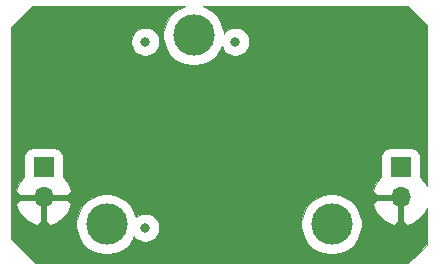
<source format=gbr>
%TF.GenerationSoftware,KiCad,Pcbnew,5.1.10-88a1d61d58~89~ubuntu20.04.1*%
%TF.CreationDate,2021-12-18T07:17:50+01:00*%
%TF.ProjectId,PowerBankAlwaysActive,506f7765-7242-4616-9e6b-416c77617973,rev?*%
%TF.SameCoordinates,Original*%
%TF.FileFunction,Copper,L4,Bot*%
%TF.FilePolarity,Positive*%
%FSLAX46Y46*%
G04 Gerber Fmt 4.6, Leading zero omitted, Abs format (unit mm)*
G04 Created by KiCad (PCBNEW 5.1.10-88a1d61d58~89~ubuntu20.04.1) date 2021-12-18 07:17:50*
%MOMM*%
%LPD*%
G01*
G04 APERTURE LIST*
%TA.AperFunction,ComponentPad*%
%ADD10R,1.700000X1.700000*%
%TD*%
%TA.AperFunction,ComponentPad*%
%ADD11O,1.700000X1.700000*%
%TD*%
%TA.AperFunction,ComponentPad*%
%ADD12C,2.600000*%
%TD*%
%TA.AperFunction,ConnectorPad*%
%ADD13C,3.500000*%
%TD*%
%TA.AperFunction,ViaPad*%
%ADD14C,0.800000*%
%TD*%
%TA.AperFunction,Conductor*%
%ADD15C,0.100000*%
%TD*%
G04 APERTURE END LIST*
D10*
%TO.P,J1,1*%
%TO.N,+5V*%
X25400000Y-36576000D03*
D11*
%TO.P,J1,2*%
%TO.N,GND*%
X25400000Y-39116000D03*
%TD*%
%TO.P,J2,2*%
%TO.N,GND*%
X55626000Y-39116000D03*
D10*
%TO.P,J2,1*%
%TO.N,+5V*%
X55626000Y-36576000D03*
%TD*%
D12*
%TO.P,H1,1*%
%TO.N,N/C*%
X30734000Y-41402000D03*
D13*
X30734000Y-41402000D03*
%TD*%
%TO.P,H2,1*%
%TO.N,N/C*%
X49784000Y-41402000D03*
D12*
X49784000Y-41402000D03*
%TD*%
%TO.P,H3,1*%
%TO.N,N/C*%
X38100000Y-25400000D03*
D13*
X38100000Y-25400000D03*
%TD*%
D14*
%TO.N,GND*%
X36554000Y-31020000D03*
X47476000Y-36608000D03*
X39094000Y-39402000D03*
X31982000Y-34912998D03*
%TO.N,+5V*%
X34014000Y-25940000D03*
X41634000Y-25940000D03*
X34014000Y-41688000D03*
%TD*%
D15*
%TO.N,GND*%
X36892122Y-23140220D02*
X36474470Y-23419286D01*
X36119286Y-23774470D01*
X35840220Y-24192122D01*
X35647995Y-24656193D01*
X35550000Y-25148847D01*
X35550000Y-25651153D01*
X35647995Y-26143807D01*
X35840220Y-26607878D01*
X36119286Y-27025530D01*
X36474470Y-27380714D01*
X36892122Y-27659780D01*
X37356193Y-27852005D01*
X37848847Y-27950000D01*
X38351153Y-27950000D01*
X38843807Y-27852005D01*
X39307878Y-27659780D01*
X39725530Y-27380714D01*
X40080714Y-27025530D01*
X40359780Y-26607878D01*
X40485777Y-26303695D01*
X40570574Y-26508413D01*
X40701899Y-26704955D01*
X40869045Y-26872101D01*
X41065587Y-27003426D01*
X41283973Y-27093884D01*
X41515810Y-27140000D01*
X41752190Y-27140000D01*
X41984027Y-27093884D01*
X42202413Y-27003426D01*
X42398955Y-26872101D01*
X42566101Y-26704955D01*
X42697426Y-26508413D01*
X42787884Y-26290027D01*
X42834000Y-26058190D01*
X42834000Y-25821810D01*
X42787884Y-25589973D01*
X42697426Y-25371587D01*
X42566101Y-25175045D01*
X42398955Y-25007899D01*
X42202413Y-24876574D01*
X41984027Y-24786116D01*
X41752190Y-24740000D01*
X41515810Y-24740000D01*
X41283973Y-24786116D01*
X41065587Y-24876574D01*
X40869045Y-25007899D01*
X40701899Y-25175045D01*
X40650000Y-25252717D01*
X40650000Y-25148847D01*
X40552005Y-24656193D01*
X40359780Y-24192122D01*
X40080714Y-23774470D01*
X39725530Y-23419286D01*
X39307878Y-23140220D01*
X38860719Y-22955000D01*
X56278275Y-22955000D01*
X57827000Y-24503726D01*
X57827001Y-38182147D01*
X57678448Y-37872022D01*
X57396323Y-37495512D01*
X57279870Y-37391006D01*
X57279870Y-35726000D01*
X57264424Y-35569173D01*
X57218679Y-35418372D01*
X57144393Y-35279394D01*
X57044422Y-35157578D01*
X56922606Y-35057607D01*
X56783628Y-34983321D01*
X56632827Y-34937576D01*
X56476000Y-34922130D01*
X54776000Y-34922130D01*
X54619173Y-34937576D01*
X54468372Y-34983321D01*
X54329394Y-35057607D01*
X54207578Y-35157578D01*
X54107607Y-35279394D01*
X54033321Y-35418372D01*
X53987576Y-35569173D01*
X53972130Y-35726000D01*
X53972130Y-37391006D01*
X53855677Y-37495512D01*
X53573552Y-37872022D01*
X53370301Y-38296337D01*
X53295080Y-38544326D01*
X53623463Y-38916000D01*
X55426000Y-38916000D01*
X55426000Y-38896000D01*
X55826000Y-38896000D01*
X55826000Y-38916000D01*
X55846000Y-38916000D01*
X55846000Y-39316000D01*
X55826000Y-39316000D01*
X55826000Y-41120157D01*
X56197675Y-41446925D01*
X56641431Y-41290609D01*
X57046165Y-41050724D01*
X57396323Y-40736488D01*
X57678448Y-40359978D01*
X57827001Y-40049853D01*
X57827001Y-43124273D01*
X56278275Y-44673000D01*
X24703726Y-44673000D01*
X22647000Y-42616275D01*
X22647000Y-39687674D01*
X23069080Y-39687674D01*
X23144301Y-39935663D01*
X23347552Y-40359978D01*
X23629677Y-40736488D01*
X23979835Y-41050724D01*
X24384569Y-41290609D01*
X24828325Y-41446925D01*
X25200000Y-41120157D01*
X25200000Y-39316000D01*
X25600000Y-39316000D01*
X25600000Y-41120157D01*
X25971675Y-41446925D01*
X26415431Y-41290609D01*
X26651237Y-41150847D01*
X28184000Y-41150847D01*
X28184000Y-41653153D01*
X28281995Y-42145807D01*
X28474220Y-42609878D01*
X28753286Y-43027530D01*
X29108470Y-43382714D01*
X29526122Y-43661780D01*
X29990193Y-43854005D01*
X30482847Y-43952000D01*
X30985153Y-43952000D01*
X31477807Y-43854005D01*
X31941878Y-43661780D01*
X32359530Y-43382714D01*
X32714714Y-43027530D01*
X32993780Y-42609878D01*
X33067627Y-42431596D01*
X33081899Y-42452955D01*
X33249045Y-42620101D01*
X33445587Y-42751426D01*
X33663973Y-42841884D01*
X33895810Y-42888000D01*
X34132190Y-42888000D01*
X34364027Y-42841884D01*
X34582413Y-42751426D01*
X34778955Y-42620101D01*
X34946101Y-42452955D01*
X35077426Y-42256413D01*
X35167884Y-42038027D01*
X35214000Y-41806190D01*
X35214000Y-41569810D01*
X35167884Y-41337973D01*
X35090375Y-41150847D01*
X47234000Y-41150847D01*
X47234000Y-41653153D01*
X47331995Y-42145807D01*
X47524220Y-42609878D01*
X47803286Y-43027530D01*
X48158470Y-43382714D01*
X48576122Y-43661780D01*
X49040193Y-43854005D01*
X49532847Y-43952000D01*
X50035153Y-43952000D01*
X50527807Y-43854005D01*
X50991878Y-43661780D01*
X51409530Y-43382714D01*
X51764714Y-43027530D01*
X52043780Y-42609878D01*
X52236005Y-42145807D01*
X52334000Y-41653153D01*
X52334000Y-41150847D01*
X52236005Y-40658193D01*
X52043780Y-40194122D01*
X51764714Y-39776470D01*
X51675918Y-39687674D01*
X53295080Y-39687674D01*
X53370301Y-39935663D01*
X53573552Y-40359978D01*
X53855677Y-40736488D01*
X54205835Y-41050724D01*
X54610569Y-41290609D01*
X55054325Y-41446925D01*
X55426000Y-41120157D01*
X55426000Y-39316000D01*
X53623463Y-39316000D01*
X53295080Y-39687674D01*
X51675918Y-39687674D01*
X51409530Y-39421286D01*
X50991878Y-39142220D01*
X50527807Y-38949995D01*
X50035153Y-38852000D01*
X49532847Y-38852000D01*
X49040193Y-38949995D01*
X48576122Y-39142220D01*
X48158470Y-39421286D01*
X47803286Y-39776470D01*
X47524220Y-40194122D01*
X47331995Y-40658193D01*
X47234000Y-41150847D01*
X35090375Y-41150847D01*
X35077426Y-41119587D01*
X34946101Y-40923045D01*
X34778955Y-40755899D01*
X34582413Y-40624574D01*
X34364027Y-40534116D01*
X34132190Y-40488000D01*
X33895810Y-40488000D01*
X33663973Y-40534116D01*
X33445587Y-40624574D01*
X33249045Y-40755899D01*
X33212674Y-40792270D01*
X33186005Y-40658193D01*
X32993780Y-40194122D01*
X32714714Y-39776470D01*
X32359530Y-39421286D01*
X31941878Y-39142220D01*
X31477807Y-38949995D01*
X30985153Y-38852000D01*
X30482847Y-38852000D01*
X29990193Y-38949995D01*
X29526122Y-39142220D01*
X29108470Y-39421286D01*
X28753286Y-39776470D01*
X28474220Y-40194122D01*
X28281995Y-40658193D01*
X28184000Y-41150847D01*
X26651237Y-41150847D01*
X26820165Y-41050724D01*
X27170323Y-40736488D01*
X27452448Y-40359978D01*
X27655699Y-39935663D01*
X27730920Y-39687674D01*
X27402537Y-39316000D01*
X25600000Y-39316000D01*
X25200000Y-39316000D01*
X23397463Y-39316000D01*
X23069080Y-39687674D01*
X22647000Y-39687674D01*
X22647000Y-38544326D01*
X23069080Y-38544326D01*
X23397463Y-38916000D01*
X25200000Y-38916000D01*
X25200000Y-38896000D01*
X25600000Y-38896000D01*
X25600000Y-38916000D01*
X27402537Y-38916000D01*
X27730920Y-38544326D01*
X27655699Y-38296337D01*
X27452448Y-37872022D01*
X27170323Y-37495512D01*
X27053870Y-37391006D01*
X27053870Y-35726000D01*
X27038424Y-35569173D01*
X26992679Y-35418372D01*
X26918393Y-35279394D01*
X26818422Y-35157578D01*
X26696606Y-35057607D01*
X26557628Y-34983321D01*
X26406827Y-34937576D01*
X26250000Y-34922130D01*
X24550000Y-34922130D01*
X24393173Y-34937576D01*
X24242372Y-34983321D01*
X24103394Y-35057607D01*
X23981578Y-35157578D01*
X23881607Y-35279394D01*
X23807321Y-35418372D01*
X23761576Y-35569173D01*
X23746130Y-35726000D01*
X23746130Y-37391006D01*
X23629677Y-37495512D01*
X23347552Y-37872022D01*
X23144301Y-38296337D01*
X23069080Y-38544326D01*
X22647000Y-38544326D01*
X22647000Y-25821810D01*
X32814000Y-25821810D01*
X32814000Y-26058190D01*
X32860116Y-26290027D01*
X32950574Y-26508413D01*
X33081899Y-26704955D01*
X33249045Y-26872101D01*
X33445587Y-27003426D01*
X33663973Y-27093884D01*
X33895810Y-27140000D01*
X34132190Y-27140000D01*
X34364027Y-27093884D01*
X34582413Y-27003426D01*
X34778955Y-26872101D01*
X34946101Y-26704955D01*
X35077426Y-26508413D01*
X35167884Y-26290027D01*
X35214000Y-26058190D01*
X35214000Y-25821810D01*
X35167884Y-25589973D01*
X35077426Y-25371587D01*
X34946101Y-25175045D01*
X34778955Y-25007899D01*
X34582413Y-24876574D01*
X34364027Y-24786116D01*
X34132190Y-24740000D01*
X33895810Y-24740000D01*
X33663973Y-24786116D01*
X33445587Y-24876574D01*
X33249045Y-25007899D01*
X33081899Y-25175045D01*
X32950574Y-25371587D01*
X32860116Y-25589973D01*
X32814000Y-25821810D01*
X22647000Y-25821810D01*
X22647000Y-24757725D01*
X24449726Y-22955000D01*
X37339281Y-22955000D01*
X36892122Y-23140220D01*
%TA.AperFunction,Conductor*%
G36*
X36892122Y-23140220D02*
G01*
X36474470Y-23419286D01*
X36119286Y-23774470D01*
X35840220Y-24192122D01*
X35647995Y-24656193D01*
X35550000Y-25148847D01*
X35550000Y-25651153D01*
X35647995Y-26143807D01*
X35840220Y-26607878D01*
X36119286Y-27025530D01*
X36474470Y-27380714D01*
X36892122Y-27659780D01*
X37356193Y-27852005D01*
X37848847Y-27950000D01*
X38351153Y-27950000D01*
X38843807Y-27852005D01*
X39307878Y-27659780D01*
X39725530Y-27380714D01*
X40080714Y-27025530D01*
X40359780Y-26607878D01*
X40485777Y-26303695D01*
X40570574Y-26508413D01*
X40701899Y-26704955D01*
X40869045Y-26872101D01*
X41065587Y-27003426D01*
X41283973Y-27093884D01*
X41515810Y-27140000D01*
X41752190Y-27140000D01*
X41984027Y-27093884D01*
X42202413Y-27003426D01*
X42398955Y-26872101D01*
X42566101Y-26704955D01*
X42697426Y-26508413D01*
X42787884Y-26290027D01*
X42834000Y-26058190D01*
X42834000Y-25821810D01*
X42787884Y-25589973D01*
X42697426Y-25371587D01*
X42566101Y-25175045D01*
X42398955Y-25007899D01*
X42202413Y-24876574D01*
X41984027Y-24786116D01*
X41752190Y-24740000D01*
X41515810Y-24740000D01*
X41283973Y-24786116D01*
X41065587Y-24876574D01*
X40869045Y-25007899D01*
X40701899Y-25175045D01*
X40650000Y-25252717D01*
X40650000Y-25148847D01*
X40552005Y-24656193D01*
X40359780Y-24192122D01*
X40080714Y-23774470D01*
X39725530Y-23419286D01*
X39307878Y-23140220D01*
X38860719Y-22955000D01*
X56278275Y-22955000D01*
X57827000Y-24503726D01*
X57827001Y-38182147D01*
X57678448Y-37872022D01*
X57396323Y-37495512D01*
X57279870Y-37391006D01*
X57279870Y-35726000D01*
X57264424Y-35569173D01*
X57218679Y-35418372D01*
X57144393Y-35279394D01*
X57044422Y-35157578D01*
X56922606Y-35057607D01*
X56783628Y-34983321D01*
X56632827Y-34937576D01*
X56476000Y-34922130D01*
X54776000Y-34922130D01*
X54619173Y-34937576D01*
X54468372Y-34983321D01*
X54329394Y-35057607D01*
X54207578Y-35157578D01*
X54107607Y-35279394D01*
X54033321Y-35418372D01*
X53987576Y-35569173D01*
X53972130Y-35726000D01*
X53972130Y-37391006D01*
X53855677Y-37495512D01*
X53573552Y-37872022D01*
X53370301Y-38296337D01*
X53295080Y-38544326D01*
X53623463Y-38916000D01*
X55426000Y-38916000D01*
X55426000Y-38896000D01*
X55826000Y-38896000D01*
X55826000Y-38916000D01*
X55846000Y-38916000D01*
X55846000Y-39316000D01*
X55826000Y-39316000D01*
X55826000Y-41120157D01*
X56197675Y-41446925D01*
X56641431Y-41290609D01*
X57046165Y-41050724D01*
X57396323Y-40736488D01*
X57678448Y-40359978D01*
X57827001Y-40049853D01*
X57827001Y-43124273D01*
X56278275Y-44673000D01*
X24703726Y-44673000D01*
X22647000Y-42616275D01*
X22647000Y-39687674D01*
X23069080Y-39687674D01*
X23144301Y-39935663D01*
X23347552Y-40359978D01*
X23629677Y-40736488D01*
X23979835Y-41050724D01*
X24384569Y-41290609D01*
X24828325Y-41446925D01*
X25200000Y-41120157D01*
X25200000Y-39316000D01*
X25600000Y-39316000D01*
X25600000Y-41120157D01*
X25971675Y-41446925D01*
X26415431Y-41290609D01*
X26651237Y-41150847D01*
X28184000Y-41150847D01*
X28184000Y-41653153D01*
X28281995Y-42145807D01*
X28474220Y-42609878D01*
X28753286Y-43027530D01*
X29108470Y-43382714D01*
X29526122Y-43661780D01*
X29990193Y-43854005D01*
X30482847Y-43952000D01*
X30985153Y-43952000D01*
X31477807Y-43854005D01*
X31941878Y-43661780D01*
X32359530Y-43382714D01*
X32714714Y-43027530D01*
X32993780Y-42609878D01*
X33067627Y-42431596D01*
X33081899Y-42452955D01*
X33249045Y-42620101D01*
X33445587Y-42751426D01*
X33663973Y-42841884D01*
X33895810Y-42888000D01*
X34132190Y-42888000D01*
X34364027Y-42841884D01*
X34582413Y-42751426D01*
X34778955Y-42620101D01*
X34946101Y-42452955D01*
X35077426Y-42256413D01*
X35167884Y-42038027D01*
X35214000Y-41806190D01*
X35214000Y-41569810D01*
X35167884Y-41337973D01*
X35090375Y-41150847D01*
X47234000Y-41150847D01*
X47234000Y-41653153D01*
X47331995Y-42145807D01*
X47524220Y-42609878D01*
X47803286Y-43027530D01*
X48158470Y-43382714D01*
X48576122Y-43661780D01*
X49040193Y-43854005D01*
X49532847Y-43952000D01*
X50035153Y-43952000D01*
X50527807Y-43854005D01*
X50991878Y-43661780D01*
X51409530Y-43382714D01*
X51764714Y-43027530D01*
X52043780Y-42609878D01*
X52236005Y-42145807D01*
X52334000Y-41653153D01*
X52334000Y-41150847D01*
X52236005Y-40658193D01*
X52043780Y-40194122D01*
X51764714Y-39776470D01*
X51675918Y-39687674D01*
X53295080Y-39687674D01*
X53370301Y-39935663D01*
X53573552Y-40359978D01*
X53855677Y-40736488D01*
X54205835Y-41050724D01*
X54610569Y-41290609D01*
X55054325Y-41446925D01*
X55426000Y-41120157D01*
X55426000Y-39316000D01*
X53623463Y-39316000D01*
X53295080Y-39687674D01*
X51675918Y-39687674D01*
X51409530Y-39421286D01*
X50991878Y-39142220D01*
X50527807Y-38949995D01*
X50035153Y-38852000D01*
X49532847Y-38852000D01*
X49040193Y-38949995D01*
X48576122Y-39142220D01*
X48158470Y-39421286D01*
X47803286Y-39776470D01*
X47524220Y-40194122D01*
X47331995Y-40658193D01*
X47234000Y-41150847D01*
X35090375Y-41150847D01*
X35077426Y-41119587D01*
X34946101Y-40923045D01*
X34778955Y-40755899D01*
X34582413Y-40624574D01*
X34364027Y-40534116D01*
X34132190Y-40488000D01*
X33895810Y-40488000D01*
X33663973Y-40534116D01*
X33445587Y-40624574D01*
X33249045Y-40755899D01*
X33212674Y-40792270D01*
X33186005Y-40658193D01*
X32993780Y-40194122D01*
X32714714Y-39776470D01*
X32359530Y-39421286D01*
X31941878Y-39142220D01*
X31477807Y-38949995D01*
X30985153Y-38852000D01*
X30482847Y-38852000D01*
X29990193Y-38949995D01*
X29526122Y-39142220D01*
X29108470Y-39421286D01*
X28753286Y-39776470D01*
X28474220Y-40194122D01*
X28281995Y-40658193D01*
X28184000Y-41150847D01*
X26651237Y-41150847D01*
X26820165Y-41050724D01*
X27170323Y-40736488D01*
X27452448Y-40359978D01*
X27655699Y-39935663D01*
X27730920Y-39687674D01*
X27402537Y-39316000D01*
X25600000Y-39316000D01*
X25200000Y-39316000D01*
X23397463Y-39316000D01*
X23069080Y-39687674D01*
X22647000Y-39687674D01*
X22647000Y-38544326D01*
X23069080Y-38544326D01*
X23397463Y-38916000D01*
X25200000Y-38916000D01*
X25200000Y-38896000D01*
X25600000Y-38896000D01*
X25600000Y-38916000D01*
X27402537Y-38916000D01*
X27730920Y-38544326D01*
X27655699Y-38296337D01*
X27452448Y-37872022D01*
X27170323Y-37495512D01*
X27053870Y-37391006D01*
X27053870Y-35726000D01*
X27038424Y-35569173D01*
X26992679Y-35418372D01*
X26918393Y-35279394D01*
X26818422Y-35157578D01*
X26696606Y-35057607D01*
X26557628Y-34983321D01*
X26406827Y-34937576D01*
X26250000Y-34922130D01*
X24550000Y-34922130D01*
X24393173Y-34937576D01*
X24242372Y-34983321D01*
X24103394Y-35057607D01*
X23981578Y-35157578D01*
X23881607Y-35279394D01*
X23807321Y-35418372D01*
X23761576Y-35569173D01*
X23746130Y-35726000D01*
X23746130Y-37391006D01*
X23629677Y-37495512D01*
X23347552Y-37872022D01*
X23144301Y-38296337D01*
X23069080Y-38544326D01*
X22647000Y-38544326D01*
X22647000Y-25821810D01*
X32814000Y-25821810D01*
X32814000Y-26058190D01*
X32860116Y-26290027D01*
X32950574Y-26508413D01*
X33081899Y-26704955D01*
X33249045Y-26872101D01*
X33445587Y-27003426D01*
X33663973Y-27093884D01*
X33895810Y-27140000D01*
X34132190Y-27140000D01*
X34364027Y-27093884D01*
X34582413Y-27003426D01*
X34778955Y-26872101D01*
X34946101Y-26704955D01*
X35077426Y-26508413D01*
X35167884Y-26290027D01*
X35214000Y-26058190D01*
X35214000Y-25821810D01*
X35167884Y-25589973D01*
X35077426Y-25371587D01*
X34946101Y-25175045D01*
X34778955Y-25007899D01*
X34582413Y-24876574D01*
X34364027Y-24786116D01*
X34132190Y-24740000D01*
X33895810Y-24740000D01*
X33663973Y-24786116D01*
X33445587Y-24876574D01*
X33249045Y-25007899D01*
X33081899Y-25175045D01*
X32950574Y-25371587D01*
X32860116Y-25589973D01*
X32814000Y-25821810D01*
X22647000Y-25821810D01*
X22647000Y-24757725D01*
X24449726Y-22955000D01*
X37339281Y-22955000D01*
X36892122Y-23140220D01*
G37*
%TD.AperFunction*%
%TD*%
M02*

</source>
